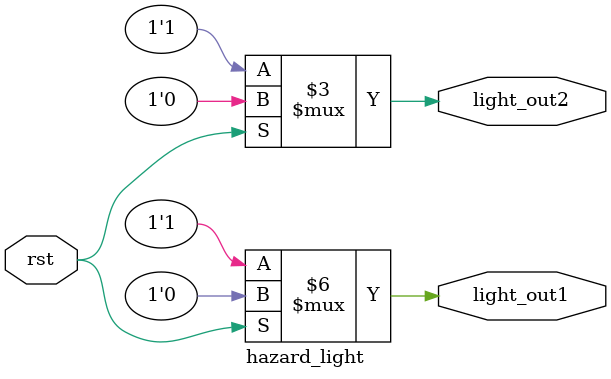
<source format=v>
module hazard_light(rst,light_out1,light_out2);

input rst;
output reg light_out1,light_out2;

always@(*)
begin
	if(rst)
		begin
		light_out1 <= 0;
		light_out2 <= 0;
		end
	else
		begin
		light_out1 <= 1;
		light_out2 <= 1;
		end
end

endmodule
</source>
